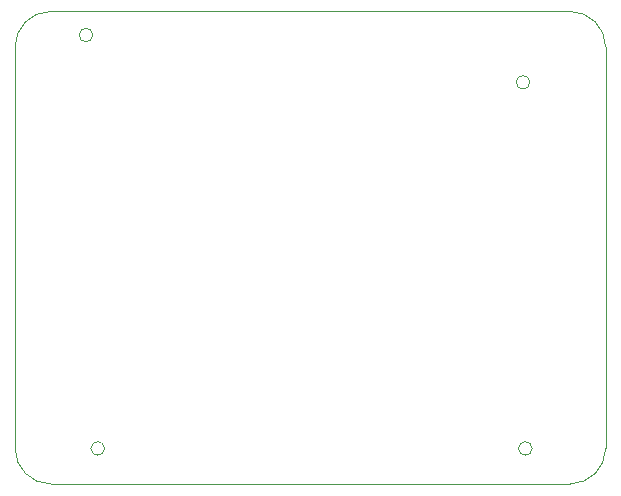
<source format=gbr>
%TF.GenerationSoftware,KiCad,Pcbnew,(5.1.5)-3*%
%TF.CreationDate,2021-03-30T18:15:46+02:00*%
%TF.ProjectId,rpm_meter_arduino,72706d5f-6d65-4746-9572-5f6172647569,rev?*%
%TF.SameCoordinates,Original*%
%TF.FileFunction,Profile,NP*%
%FSLAX46Y46*%
G04 Gerber Fmt 4.6, Leading zero omitted, Abs format (unit mm)*
G04 Created by KiCad (PCBNEW (5.1.5)-3) date 2021-03-30 18:15:46*
%MOMM*%
%LPD*%
G04 APERTURE LIST*
%TA.AperFunction,Profile*%
%ADD10C,0.050000*%
%TD*%
G04 APERTURE END LIST*
D10*
X69776000Y-65000000D02*
G75*
G03X69776000Y-65000000I-576000J0D01*
G01*
X33576000Y-65000000D02*
G75*
G03X33576000Y-65000000I-576000J0D01*
G01*
X69576000Y-34000000D02*
G75*
G03X69576000Y-34000000I-576000J0D01*
G01*
X32576000Y-30000000D02*
G75*
G03X32576000Y-30000000I-576000J0D01*
G01*
X26000000Y-31000000D02*
G75*
G02X29000000Y-28000000I3000000J0D01*
G01*
X73000000Y-28000000D02*
G75*
G02X76000000Y-31000000I0J-3000000D01*
G01*
X76000000Y-65000000D02*
G75*
G02X73000000Y-68000000I-3000000J0D01*
G01*
X29000000Y-68000000D02*
G75*
G02X26000000Y-65000000I0J3000000D01*
G01*
X76000000Y-31000000D02*
X76000000Y-65000000D01*
X29000000Y-28000000D02*
X73000000Y-28000000D01*
X26000000Y-65000000D02*
X26000000Y-31000000D01*
X73000000Y-68000000D02*
X29000000Y-68000000D01*
M02*

</source>
